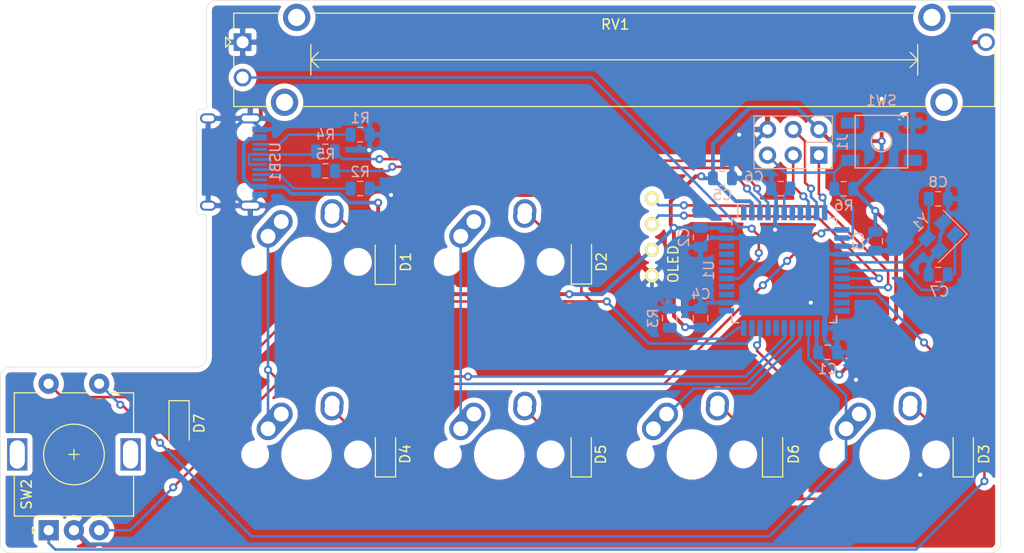
<source format=kicad_pcb>
(kicad_pcb (version 20171130) (host pcbnew "(5.1.4)-1")
  (layers (0 F.Cu signal) (31 B.Cu signal) (34 B.Paste user) (35 F.Paste user) (36 B.SilkS user) (37 F.SilkS user) (38 B.Mask user) (39 F.Mask user) (44 Edge.Cuts user))
  (net 0 "")
  (net 1 GND)
  (net 2 +5V)
  (net 3 "Net-(C6-Pad1)")
  (net 4 "Net-(C7-Pad1)")
  (net 5 "Net-(C8-Pad1)")
  (net 6 "Net-(D1-Pad2)")
  (net 7 ROW0)
  (net 8 "Net-(D2-Pad2)")
  (net 9 "Net-(D3-Pad2)")
  (net 10 "Net-(D4-Pad2)")
  (net 11 ROW1)
  (net 12 "Net-(D5-Pad2)")
  (net 13 "Net-(D6-Pad2)")
  (net 14 "Net-(D7-Pad2)")
  (net 15 RST)
  (net 16 MOSI)
  (net 17 SCK)
  (net 18 MISO)
  (net 19 COL0)
  (net 20 COL1)
  (net 21 COL2)
  (net 22 SCL)
  (net 23 SDA)
  (net 24 "Net-(R1-Pad2)")
  (net 25 "Net-(R2-Pad2)")
  (net 26 "Net-(R3-Pad2)")
  (net 27 D+)
  (net 28 "Net-(R4-Pad1)")
  (net 29 D-)
  (net 30 "Net-(R5-Pad1)")
  (net 31 ANALOG)
  (net 32 S1)
  (net 33 S0)
  (net 34 COL3)
  (net 35 "Net-(U1-Pad42)")
  (net 36 "Net-(U1-Pad41)")
  (net 37 "Net-(U1-Pad40)")
  (net 38 "Net-(U1-Pad39)")
  (net 39 "Net-(U1-Pad37)")
  (net 40 "Net-(U1-Pad36)")
  (net 41 "Net-(U1-Pad30)")
  (net 42 "Net-(U1-Pad29)")
  (net 43 "Net-(U1-Pad8)")
  (net 44 "Net-(U1-Pad1)")
  (net 45 "Net-(USB1-Pad3)")
  (net 46 "Net-(USB1-Pad9)")
  (net 47 "Net-(U1-Pad22)")
  (net 48 "Net-(U1-Pad21)")
  (module kbd:OLED_v2 (layer F.Cu) (at 158.134193 89.623132 270)
    (fp_text reference OL1)
    (fp_text value OLED hide)
    (fp_text user OLED (at 2.676868 -2.105807 90) (layer F.SilkS))
    (pad 4 thru_hole circle (at 3.81 0 270) (size 1.397 1.397) (drill 0.8128) (layers *.Cu F.SilkS B.Mask) (net 1 GND))
    (pad 3 thru_hole circle (at 1.27 0 270) (size 1.397 1.397) (drill 0.8128) (layers *.Cu F.SilkS B.Mask) (net 2 +5V))
    (pad 2 thru_hole circle (at -1.27 0 270) (size 1.397 1.397) (drill 0.8128) (layers *.Cu F.SilkS B.Mask) (net 22 SCL))
    (pad 1 thru_hole circle (at -3.81 0 270) (size 1.397 1.397) (drill 0.8128) (layers *.Cu F.SilkS B.Mask) (net 23 SDA))
  )
  (module Crystal:Crystal_SMD_3225-4Pin_3.2x2.5mm (layer B.Cu) (at 186.708142 89.584777 225)
    (fp_text reference Y1 (at 0.440786 2.385014 225) (layer B.SilkS) (effects (justify mirror)))
    (fp_text value 16MHz)
    (pad 4 smd rect (at -1.1 0.85 225) (size 1.4 1.2) (layers B.Cu B.Paste B.Mask) (net 1 GND))
    (pad 3 smd rect (at 1.1 0.85 225) (size 1.4 1.2) (layers B.Cu B.Paste B.Mask) (net 5 "Net-(C8-Pad1)"))
    (pad 2 smd rect (at 1.1 -0.85 225) (size 1.4 1.2) (layers B.Cu B.Paste B.Mask) (net 1 GND))
    (pad 1 smd rect (at -1.1 -0.85 225) (size 1.4 1.2) (layers B.Cu B.Paste B.Mask) (net 4 "Net-(C7-Pad1)"))
  )
  (module Type-C:HRO-TYPE-C-31-M-12 (layer B.Cu) (at 111.65 82.21 90)
    (fp_text reference USB1 (at 0 9.25 -90) (layer B.SilkS) (effects (justify mirror)))
    (fp_text value HRO-TYPE-C-31-M-12)
    (pad 12 smd rect (at 3.225 7.695 90) (size 0.6 1.45) (layers B.Cu B.Paste B.Mask) (net 1 GND))
    (pad 1 smd rect (at -3.225 7.695 90) (size 0.6 1.45) (layers B.Cu B.Paste B.Mask) (net 1 GND))
    (pad 11 smd rect (at 2.45 7.695 90) (size 0.6 1.45) (layers B.Cu B.Paste B.Mask) (net 2 +5V))
    (pad 2 smd rect (at -2.45 7.695 90) (size 0.6 1.45) (layers B.Cu B.Paste B.Mask) (net 2 +5V))
    (pad 3 smd rect (at -1.75 7.695 90) (size 0.3 1.45) (layers B.Cu B.Paste B.Mask) (net 45 "Net-(USB1-Pad3)"))
    (pad 10 smd rect (at 1.75 7.695 90) (size 0.3 1.45) (layers B.Cu B.Paste B.Mask) (net 24 "Net-(R1-Pad2)"))
    (pad 4 smd rect (at -1.25 7.695 90) (size 0.3 1.45) (layers B.Cu B.Paste B.Mask) (net 25 "Net-(R2-Pad2)"))
    (pad 9 smd rect (at 1.25 7.695 90) (size 0.3 1.45) (layers B.Cu B.Paste B.Mask) (net 46 "Net-(USB1-Pad9)"))
    (pad 5 smd rect (at -0.75 7.695 90) (size 0.3 1.45) (layers B.Cu B.Paste B.Mask) (net 29 D-))
    (pad 8 smd rect (at 0.75 7.695 90) (size 0.3 1.45) (layers B.Cu B.Paste B.Mask) (net 27 D+))
    (pad 7 smd rect (at 0.25 7.695 90) (size 0.3 1.45) (layers B.Cu B.Paste B.Mask) (net 29 D-))
    (pad 6 smd rect (at -0.25 7.695 90) (size 0.3 1.45) (layers B.Cu B.Paste B.Mask) (net 27 D+))
    (pad "" np_thru_hole circle (at 2.89 6.25 90) (size 0.65 0.65) (drill 0.65) (layers *.Cu *.Mask))
    (pad "" np_thru_hole circle (at -2.89 6.25 90) (size 0.65 0.65) (drill 0.65) (layers *.Cu *.Mask))
    (pad 13 thru_hole oval (at -4.32 6.78 90) (size 1 2.1) (drill oval 0.6 1.7) (layers *.Cu F.Mask) (net 1 GND))
    (pad 13 thru_hole oval (at 4.32 6.78 90) (size 1 2.1) (drill oval 0.6 1.7) (layers *.Cu F.Mask) (net 1 GND))
    (pad 13 thru_hole oval (at -4.32 2.6 90) (size 1 1.6) (drill oval 0.6 1.2) (layers *.Cu F.Mask) (net 1 GND))
    (pad 13 thru_hole oval (at 4.32 2.6 90) (size 1 1.6) (drill oval 0.6 1.2) (layers *.Cu F.Mask) (net 1 GND))
  )
  (module Package_QFP:TQFP-44_10x10mm_P0.8mm (layer B.Cu) (at 171.21 92.93 270)
    (fp_text reference U1 (at 0 7.45 90) (layer B.SilkS) (effects (justify mirror)))
    (fp_text value ATmega32U4-AU)
    (pad 44 smd rect (at -4 5.7 180) (size 1.5 0.55) (layers B.Cu B.Paste B.Mask) (net 2 +5V))
    (pad 43 smd rect (at -3.2 5.7 180) (size 1.5 0.55) (layers B.Cu B.Paste B.Mask) (net 1 GND))
    (pad 42 smd rect (at -2.4 5.7 180) (size 1.5 0.55) (layers B.Cu B.Paste B.Mask) (net 35 "Net-(U1-Pad42)"))
    (pad 41 smd rect (at -1.6 5.7 180) (size 1.5 0.55) (layers B.Cu B.Paste B.Mask) (net 36 "Net-(U1-Pad41)"))
    (pad 40 smd rect (at -0.8 5.7 180) (size 1.5 0.55) (layers B.Cu B.Paste B.Mask) (net 37 "Net-(U1-Pad40)"))
    (pad 39 smd rect (at 0 5.7 180) (size 1.5 0.55) (layers B.Cu B.Paste B.Mask) (net 38 "Net-(U1-Pad39)"))
    (pad 38 smd rect (at 0.8 5.7 180) (size 1.5 0.55) (layers B.Cu B.Paste B.Mask) (net 31 ANALOG))
    (pad 37 smd rect (at 1.6 5.7 180) (size 1.5 0.55) (layers B.Cu B.Paste B.Mask) (net 39 "Net-(U1-Pad37)"))
    (pad 36 smd rect (at 2.4 5.7 180) (size 1.5 0.55) (layers B.Cu B.Paste B.Mask) (net 40 "Net-(U1-Pad36)"))
    (pad 35 smd rect (at 3.2 5.7 180) (size 1.5 0.55) (layers B.Cu B.Paste B.Mask) (net 1 GND))
    (pad 34 smd rect (at 4 5.7 180) (size 1.5 0.55) (layers B.Cu B.Paste B.Mask) (net 2 +5V))
    (pad 33 smd rect (at 5.7 4 270) (size 1.5 0.55) (layers B.Cu B.Paste B.Mask) (net 26 "Net-(R3-Pad2)"))
    (pad 32 smd rect (at 5.7 3.2 270) (size 1.5 0.55) (layers B.Cu B.Paste B.Mask) (net 7 ROW0))
    (pad 31 smd rect (at 5.7 2.4 270) (size 1.5 0.55) (layers B.Cu B.Paste B.Mask) (net 11 ROW1))
    (pad 30 smd rect (at 5.7 1.6 270) (size 1.5 0.55) (layers B.Cu B.Paste B.Mask) (net 41 "Net-(U1-Pad30)"))
    (pad 29 smd rect (at 5.7 0.8 270) (size 1.5 0.55) (layers B.Cu B.Paste B.Mask) (net 42 "Net-(U1-Pad29)"))
    (pad 28 smd rect (at 5.7 0 270) (size 1.5 0.55) (layers B.Cu B.Paste B.Mask) (net 19 COL0))
    (pad 27 smd rect (at 5.7 -0.8 270) (size 1.5 0.55) (layers B.Cu B.Paste B.Mask) (net 20 COL1))
    (pad 26 smd rect (at 5.7 -1.6 270) (size 1.5 0.55) (layers B.Cu B.Paste B.Mask) (net 21 COL2))
    (pad 25 smd rect (at 5.7 -2.4 270) (size 1.5 0.55) (layers B.Cu B.Paste B.Mask) (net 34 COL3))
    (pad 24 smd rect (at 5.7 -3.2 270) (size 1.5 0.55) (layers B.Cu B.Paste B.Mask) (net 2 +5V))
    (pad 23 smd rect (at 5.7 -4 270) (size 1.5 0.55) (layers B.Cu B.Paste B.Mask) (net 1 GND))
    (pad 22 smd rect (at 4 -5.7 180) (size 1.5 0.55) (layers B.Cu B.Paste B.Mask) (net 47 "Net-(U1-Pad22)"))
    (pad 21 smd rect (at 3.2 -5.7 180) (size 1.5 0.55) (layers B.Cu B.Paste B.Mask) (net 48 "Net-(U1-Pad21)"))
    (pad 20 smd rect (at 2.4 -5.7 180) (size 1.5 0.55) (layers B.Cu B.Paste B.Mask) (net 32 S1))
    (pad 19 smd rect (at 1.6 -5.7 180) (size 1.5 0.55) (layers B.Cu B.Paste B.Mask) (net 23 SDA))
    (pad 18 smd rect (at 0.8 -5.7 180) (size 1.5 0.55) (layers B.Cu B.Paste B.Mask) (net 22 SCL))
    (pad 17 smd rect (at 0 -5.7 180) (size 1.5 0.55) (layers B.Cu B.Paste B.Mask) (net 4 "Net-(C7-Pad1)"))
    (pad 16 smd rect (at -0.8 -5.7 180) (size 1.5 0.55) (layers B.Cu B.Paste B.Mask) (net 5 "Net-(C8-Pad1)"))
    (pad 15 smd rect (at -1.6 -5.7 180) (size 1.5 0.55) (layers B.Cu B.Paste B.Mask) (net 1 GND))
    (pad 14 smd rect (at -2.4 -5.7 180) (size 1.5 0.55) (layers B.Cu B.Paste B.Mask) (net 2 +5V))
    (pad 13 smd rect (at -3.2 -5.7 180) (size 1.5 0.55) (layers B.Cu B.Paste B.Mask) (net 15 RST))
    (pad 12 smd rect (at -4 -5.7 180) (size 1.5 0.55) (layers B.Cu B.Paste B.Mask) (net 33 S0))
    (pad 11 smd rect (at -5.7 -4 270) (size 1.5 0.55) (layers B.Cu B.Paste B.Mask) (net 18 MISO))
    (pad 10 smd rect (at -5.7 -3.2 270) (size 1.5 0.55) (layers B.Cu B.Paste B.Mask) (net 16 MOSI))
    (pad 9 smd rect (at -5.7 -2.4 270) (size 1.5 0.55) (layers B.Cu B.Paste B.Mask) (net 17 SCK))
    (pad 8 smd rect (at -5.7 -1.6 270) (size 1.5 0.55) (layers B.Cu B.Paste B.Mask) (net 43 "Net-(U1-Pad8)"))
    (pad 7 smd rect (at -5.7 -0.8 270) (size 1.5 0.55) (layers B.Cu B.Paste B.Mask) (net 2 +5V))
    (pad 6 smd rect (at -5.7 0 270) (size 1.5 0.55) (layers B.Cu B.Paste B.Mask) (net 3 "Net-(C6-Pad1)"))
    (pad 5 smd rect (at -5.7 0.8 270) (size 1.5 0.55) (layers B.Cu B.Paste B.Mask) (net 1 GND))
    (pad 4 smd rect (at -5.7 1.6 270) (size 1.5 0.55) (layers B.Cu B.Paste B.Mask) (net 28 "Net-(R4-Pad1)"))
    (pad 3 smd rect (at -5.7 2.4 270) (size 1.5 0.55) (layers B.Cu B.Paste B.Mask) (net 30 "Net-(R5-Pad1)"))
    (pad 2 smd rect (at -5.7 3.2 270) (size 1.5 0.55) (layers B.Cu B.Paste B.Mask) (net 2 +5V))
    (pad 1 smd rect (at -5.7 4 270) (size 1.5 0.55) (layers B.Cu B.Paste B.Mask) (net 44 "Net-(U1-Pad1)"))
  )
  (module Rotary_Encoder:RotaryEncoder_Alps_EC11E-Switch_Vertical_H20mm (layer F.Cu) (at 98.484193 118.648132 90)
    (fp_text reference SW2 (at 3.548132 -2.184193 90) (layer F.SilkS))
    (fp_text value Rotary_Encoder_Switch)
    (pad A thru_hole rect (at 0 0 90) (size 2 2) (drill 1) (layers *.Cu *.Mask) (net 32 S1))
    (pad C thru_hole circle (at 0 2.5 90) (size 2 2) (drill 1) (layers *.Cu *.Mask) (net 1 GND))
    (pad B thru_hole circle (at 0 5 90) (size 2 2) (drill 1) (layers *.Cu *.Mask) (net 33 S0))
    (pad MP thru_hole rect (at 7.5 -3.1 90) (size 3.2 2) (drill oval 2.8 1.5) (layers *.Cu *.Mask))
    (pad MP thru_hole rect (at 7.5 8.1 90) (size 3.2 2) (drill oval 2.8 1.5) (layers *.Cu *.Mask))
    (pad S2 thru_hole circle (at 14.5 0 90) (size 2 2) (drill 1) (layers *.Cu *.Mask) (net 14 "Net-(D7-Pad2)"))
    (pad S1 thru_hole circle (at 14.5 5 90) (size 2 2) (drill 1) (layers *.Cu *.Mask) (net 34 COL3))
  )
  (module random-keyboard-parts:SKQG-1155865 (layer B.Cu) (at 180.82 80.19)
    (fp_text reference SW1 (at 0 -4.064) (layer B.SilkS) (effects (justify mirror)))
    (fp_text value SW_Push)
    (pad 4 smd rect (at -3.1 -1.85) (size 1.8 1.1) (layers B.Cu B.Paste B.Mask))
    (pad 3 smd rect (at 3.1 1.85) (size 1.8 1.1) (layers B.Cu B.Paste B.Mask))
    (pad 2 smd rect (at -3.1 1.85) (size 1.8 1.1) (layers B.Cu B.Paste B.Mask) (net 15 RST))
    (pad 1 smd rect (at 3.1 -1.85) (size 1.8 1.1) (layers B.Cu B.Paste B.Mask) (net 1 GND))
  )
  (module Potentiometer_THT:Potentiometer_Bourns_PTA6043_Single_Slide (layer F.Cu) (at 117.659193 70.348132)
    (fp_text reference RV1 (at 36.840807 -1.748132) (layer F.SilkS))
    (fp_text value R_POT)
    (pad MP thru_hole circle (at 69.35 5.95) (size 2.7 2.7) (drill 1.7) (layers *.Cu *.Mask))
    (pad MP thru_hole circle (at 4.15 5.95) (size 2.7 2.7) (drill 1.7) (layers *.Cu *.Mask))
    (pad MP thru_hole circle (at 68.15 -2.45) (size 2.7 2.7) (drill 1.7) (layers *.Cu *.Mask))
    (pad MP thru_hole circle (at 5.35 -2.45) (size 2.7 2.7) (drill 1.7) (layers *.Cu *.Mask))
    (pad 3 thru_hole circle (at 73.5 0) (size 1.75 1.75) (drill 1.2) (layers *.Cu *.Mask) (net 2 +5V))
    (pad 2 thru_hole circle (at 0 3.5) (size 1.75 1.75) (drill 1.2) (layers *.Cu *.Mask) (net 31 ANALOG))
    (pad 1 thru_hole rect (at 0 0) (size 1.75 1.75) (drill 1.2) (layers *.Cu *.Mask) (net 1 GND))
  )
  (module Resistor_SMD:R_0805_2012Metric (layer B.Cu) (at 177.09 84.86 180)
    (fp_text reference R6 (at -0.02 -1.65 180) (layer B.SilkS) (effects (justify mirror)))
    (fp_text value 10k)
    (pad 2 smd roundrect (at 0.9375 0 180) (size 0.975 1.4) (layers B.Cu B.Paste B.Mask) (net 15 RST))
    (pad 1 smd roundrect (at -0.9375 0 180) (size 0.975 1.4) (layers B.Cu B.Paste B.Mask) (net 2 +5V))
  )
  (module Resistor_SMD:R_0805_2012Metric (layer B.Cu) (at 125.857 83.08975 180)
    (fp_text reference R5 (at 0 1.65) (layer B.SilkS) (effects (justify mirror)))
    (fp_text value 22)
    (pad 2 smd roundrect (at 0.9375 0 180) (size 0.975 1.4) (layers B.Cu B.Paste B.Mask) (net 29 D-))
    (pad 1 smd roundrect (at -0.9375 0 180) (size 0.975 1.4) (layers B.Cu B.Paste B.Mask) (net 30 "Net-(R5-Pad1)"))
  )
  (module Resistor_SMD:R_0805_2012Metric (layer B.Cu) (at 125.849 81.153 180)
    (fp_text reference R4 (at 0 1.65) (layer B.SilkS) (effects (justify mirror)))
    (fp_text value 22)
    (pad 2 smd roundrect (at 0.9375 0 180) (size 0.975 1.4) (layers B.Cu B.Paste B.Mask) (net 27 D+))
    (pad 1 smd roundrect (at -0.9375 0 180) (size 0.975 1.4) (layers B.Cu B.Paste B.Mask) (net 28 "Net-(R4-Pad1)"))
  )
  (module Resistor_SMD:R_0805_2012Metric (layer B.Cu) (at 159.893 97.663 270)
    (fp_text reference R3 (at 0 1.65 90) (layer B.SilkS) (effects (justify mirror)))
    (fp_text value 10k)
    (pad 2 smd roundrect (at 0.9375 0 270) (size 0.975 1.4) (layers B.Cu B.Paste B.Mask) (net 26 "Net-(R3-Pad2)"))
    (pad 1 smd roundrect (at -0.9375 0 270) (size 0.975 1.4) (layers B.Cu B.Paste B.Mask) (net 1 GND))
  )
  (module Resistor_SMD:R_0805_2012Metric (layer B.Cu) (at 129.286 84.836 180)
    (fp_text reference R2 (at 0 1.65) (layer B.SilkS) (effects (justify mirror)))
    (fp_text value 5.1k)
    (pad 2 smd roundrect (at 0.9375 0 180) (size 0.975 1.4) (layers B.Cu B.Paste B.Mask) (net 25 "Net-(R2-Pad2)"))
    (pad 1 smd roundrect (at -0.9375 0 180) (size 0.975 1.4) (layers B.Cu B.Paste B.Mask) (net 1 GND))
  )
  (module Resistor_SMD:R_0805_2012Metric (layer B.Cu) (at 129.286 79.502 180)
    (fp_text reference R1 (at 0 1.65) (layer B.SilkS) (effects (justify mirror)))
    (fp_text value 5.1k)
    (pad 2 smd roundrect (at 0.9375 0 180) (size 0.975 1.4) (layers B.Cu B.Paste B.Mask) (net 24 "Net-(R1-Pad2)"))
    (pad 1 smd roundrect (at -0.9375 0 180) (size 0.975 1.4) (layers B.Cu B.Paste B.Mask) (net 1 GND))
  )
  (module MX_Alps_Hybrid:MX-1U-NoLED (layer F.Cu) (at 162.084193 111.148132)
    (fp_text reference MX6)
    (fp_text value MX-NoLED)
    (pad "" np_thru_hole circle (at 5.08 0 48.0996) (size 1.75 1.75) (drill 1.75) (layers *.Cu *.Mask))
    (pad "" np_thru_hole circle (at -5.08 0 48.0996) (size 1.75 1.75) (drill 1.75) (layers *.Cu *.Mask))
    (pad 1 thru_hole circle (at -2.5 -4) (size 2.25 2.25) (drill 1.47) (layers *.Cu B.Mask) (net 21 COL2))
    (pad "" np_thru_hole circle (at 0 0) (size 3.9878 3.9878) (drill 3.9878) (layers *.Cu *.Mask))
    (pad 1 thru_hole oval (at -3.81 -2.54 48.0996) (size 4.211556 2.25) (drill 1.47 (offset 0.980778 0)) (layers *.Cu B.Mask) (net 21 COL2))
    (pad 2 thru_hole circle (at 2.54 -5.08) (size 2.25 2.25) (drill 1.47) (layers *.Cu B.Mask) (net 13 "Net-(D6-Pad2)"))
    (pad 2 thru_hole oval (at 2.5 -4.5 86.0548) (size 2.831378 2.25) (drill 1.47 (offset 0.290689 0)) (layers *.Cu B.Mask) (net 13 "Net-(D6-Pad2)"))
  )
  (module MX_Alps_Hybrid:MX-1U-NoLED (layer F.Cu) (at 143.034193 111.148132)
    (fp_text reference MX5)
    (fp_text value MX-NoLED)
    (pad "" np_thru_hole circle (at 5.08 0 48.0996) (size 1.75 1.75) (drill 1.75) (layers *.Cu *.Mask))
    (pad "" np_thru_hole circle (at -5.08 0 48.0996) (size 1.75 1.75) (drill 1.75) (layers *.Cu *.Mask))
    (pad 1 thru_hole circle (at -2.5 -4) (size 2.25 2.25) (drill 1.47) (layers *.Cu B.Mask) (net 20 COL1))
    (pad "" np_thru_hole circle (at 0 0) (size 3.9878 3.9878) (drill 3.9878) (layers *.Cu *.Mask))
    (pad 1 thru_hole oval (at -3.81 -2.54 48.0996) (size 4.211556 2.25) (drill 1.47 (offset 0.980778 0)) (layers *.Cu B.Mask) (net 20 COL1))
    (pad 2 thru_hole circle (at 2.54 -5.08) (size 2.25 2.25) (drill 1.47) (layers *.Cu B.Mask) (net 12 "Net-(D5-Pad2)"))
    (pad 2 thru_hole oval (at 2.5 -4.5 86.0548) (size 2.831378 2.25) (drill 1.47 (offset 0.290689 0)) (layers *.Cu B.Mask) (net 12 "Net-(D5-Pad2)"))
  )
  (module MX_Alps_Hybrid:MX-1U-NoLED (layer F.Cu) (at 123.984193 111.148132)
    (fp_text reference MX4)
    (fp_text value MX-NoLED)
    (pad "" np_thru_hole circle (at 5.08 0 48.0996) (size 1.75 1.75) (drill 1.75) (layers *.Cu *.Mask))
    (pad "" np_thru_hole circle (at -5.08 0 48.0996) (size 1.75 1.75) (drill 1.75) (layers *.Cu *.Mask))
    (pad 1 thru_hole circle (at -2.5 -4) (size 2.25 2.25) (drill 1.47) (layers *.Cu B.Mask) (net 19 COL0))
    (pad "" np_thru_hole circle (at 0 0) (size 3.9878 3.9878) (drill 3.9878) (layers *.Cu *.Mask))
    (pad 1 thru_hole oval (at -3.81 -2.54 48.0996) (size 4.211556 2.25) (drill 1.47 (offset 0.980778 0)) (layers *.Cu B.Mask) (net 19 COL0))
    (pad 2 thru_hole circle (at 2.54 -5.08) (size 2.25 2.25) (drill 1.47) (layers *.Cu B.Mask) (net 10 "Net-(D4-Pad2)"))
    (pad 2 thru_hole oval (at 2.5 -4.5 86.0548) (size 2.831378 2.25) (drill 1.47 (offset 0.290689 0)) (layers *.Cu B.Mask) (net 10 "Net-(D4-Pad2)"))
  )
  (module MX_Alps_Hybrid:MX-1U-NoLED (layer F.Cu) (at 181.134193 111.148132)
    (fp_text reference MX3)
    (fp_text value MX-NoLED)
    (pad "" np_thru_hole circle (at 5.08 0 48.0996) (size 1.75 1.75) (drill 1.75) (layers *.Cu *.Mask))
    (pad "" np_thru_hole circle (at -5.08 0 48.0996) (size 1.75 1.75) (drill 1.75) (layers *.Cu *.Mask))
    (pad 1 thru_hole circle (at -2.5 -4) (size 2.25 2.25) (drill 1.47) (layers *.Cu B.Mask) (net 34 COL3))
    (pad "" np_thru_hole circle (at 0 0) (size 3.9878 3.9878) (drill 3.9878) (layers *.Cu *.Mask))
    (pad 1 thru_hole oval (at -3.81 -2.54 48.0996) (size 4.211556 2.25) (drill 1.47 (offset 0.980778 0)) (layers *.Cu B.Mask) (net 34 COL3))
    (pad 2 thru_hole circle (at 2.54 -5.08) (size 2.25 2.25) (drill 1.47) (layers *.Cu B.Mask) (net 9 "Net-(D3-Pad2)"))
    (pad 2 thru_hole oval (at 2.5 -4.5 86.0548) (size 2.831378 2.25) (drill 1.47 (offset 0.290689 0)) (layers *.Cu B.Mask) (net 9 "Net-(D3-Pad2)"))
  )
  (module MX_Alps_Hybrid:MX-1U-NoLED (layer F.Cu) (at 143.034193 92.098132)
    (fp_text reference MX2)
    (fp_text value MX-NoLED)
    (pad "" np_thru_hole circle (at 5.08 0 48.0996) (size 1.75 1.75) (drill 1.75) (layers *.Cu *.Mask))
    (pad "" np_thru_hole circle (at -5.08 0 48.0996) (size 1.75 1.75) (drill 1.75) (layers *.Cu *.Mask))
    (pad 1 thru_hole circle (at -2.5 -4) (size 2.25 2.25) (drill 1.47) (layers *.Cu B.Mask) (net 20 COL1))
    (pad "" np_thru_hole circle (at 0 0) (size 3.9878 3.9878) (drill 3.9878) (layers *.Cu *.Mask))
    (pad 1 thru_hole oval (at -3.81 -2.54 48.0996) (size 4.211556 2.25) (drill 1.47 (offset 0.980778 0)) (layers *.Cu B.Mask) (net 20 COL1))
    (pad 2 thru_hole circle (at 2.54 -5.08) (size 2.25 2.25) (drill 1.47) (layers *.Cu B.Mask) (net 8 "Net-(D2-Pad2)"))
    (pad 2 thru_hole oval (at 2.5 -4.5 86.0548) (size 2.831378 2.25) (drill 1.47 (offset 0.290689 0)) (layers *.Cu B.Mask) (net 8 "Net-(D2-Pad2)"))
  )
  (module MX_Alps_Hybrid:MX-1U-NoLED (layer F.Cu) (at 123.984193 92.098132)
    (fp_text reference MX1)
    (fp_text value MX-NoLED)
    (pad "" np_thru_hole circle (at 5.08 0 48.0996) (size 1.75 1.75) (drill 1.75) (layers *.Cu *.Mask))
    (pad "" np_thru_hole circle (at -5.08 0 48.0996) (size 1.75 1.75) (drill 1.75) (layers *.Cu *.Mask))
    (pad 1 thru_hole circle (at -2.5 -4) (size 2.25 2.25) (drill 1.47) (layers *.Cu B.Mask) (net 19 COL0))
    (pad "" np_thru_hole circle (at 0 0) (size 3.9878 3.9878) (drill 3.9878) (layers *.Cu *.Mask))
    (pad 1 thru_hole oval (at -3.81 -2.54 48.0996) (size 4.211556 2.25) (drill 1.47 (offset 0.980778 0)) (layers *.Cu B.Mask) (net 19 COL0))
    (pad 2 thru_hole circle (at 2.54 -5.08) (size 2.25 2.25) (drill 1.47) (layers *.Cu B.Mask) (net 6 "Net-(D1-Pad2)"))
    (pad 2 thru_hole oval (at 2.5 -4.5 86.0548) (size 2.831378 2.25) (drill 1.47 (offset 0.290689 0)) (layers *.Cu B.Mask) (net 6 "Net-(D1-Pad2)"))
  )
  (module Connector_PinHeader_2.54mm:PinHeader_2x03_P2.54mm_Vertical (layer B.Cu) (at 174.64 81.53 90)
    (fp_text reference J1 (at 1.27 2.33 90) (layer B.SilkS) (effects (justify mirror)))
    (fp_text value AVR-ISP-6)
    (pad 6 thru_hole oval (at 2.54 -5.08 90) (size 1.7 1.7) (drill 1) (layers *.Cu *.Mask) (net 1 GND))
    (pad 5 thru_hole oval (at 0 -5.08 90) (size 1.7 1.7) (drill 1) (layers *.Cu *.Mask) (net 15 RST))
    (pad 4 thru_hole oval (at 2.54 -2.54 90) (size 1.7 1.7) (drill 1) (layers *.Cu *.Mask) (net 16 MOSI))
    (pad 3 thru_hole oval (at 0 -2.54 90) (size 1.7 1.7) (drill 1) (layers *.Cu *.Mask) (net 17 SCK))
    (pad 2 thru_hole oval (at 2.54 0 90) (size 1.7 1.7) (drill 1) (layers *.Cu *.Mask) (net 2 +5V))
    (pad 1 thru_hole rect (at 0 0 90) (size 1.7 1.7) (drill 1) (layers *.Cu *.Mask) (net 18 MISO))
  )
  (module Diode_SMD:D_SOD-123 (layer F.Cu) (at 111.379 108.077 270)
    (fp_text reference D7 (at 0 -2 90) (layer F.SilkS))
    (fp_text value SOD-123)
    (pad 2 smd rect (at 1.65 0 270) (size 0.9 1.2) (layers F.Cu F.Paste F.Mask) (net 14 "Net-(D7-Pad2)"))
    (pad 1 smd rect (at -1.65 0 270) (size 0.9 1.2) (layers F.Cu F.Paste F.Mask) (net 7 ROW0))
  )
  (module Diode_SMD:D_SOD-123 (layer F.Cu) (at 170.06 111.125 90)
    (fp_text reference D6 (at 0.005 2.09 90) (layer F.SilkS))
    (fp_text value SOD-123)
    (pad 2 smd rect (at 1.65 0 90) (size 0.9 1.2) (layers F.Cu F.Paste F.Mask) (net 13 "Net-(D6-Pad2)"))
    (pad 1 smd rect (at -1.65 0 90) (size 0.9 1.2) (layers F.Cu F.Paste F.Mask) (net 11 ROW1))
  )
  (module Diode_SMD:D_SOD-123 (layer F.Cu) (at 151.14 111.125 90)
    (fp_text reference D5 (at -0.025 1.94 90) (layer F.SilkS))
    (fp_text value SOD-123)
    (pad 2 smd rect (at 1.65 0 90) (size 0.9 1.2) (layers F.Cu F.Paste F.Mask) (net 12 "Net-(D5-Pad2)"))
    (pad 1 smd rect (at -1.65 0 90) (size 0.9 1.2) (layers F.Cu F.Paste F.Mask) (net 11 ROW1))
  )
  (module Diode_SMD:D_SOD-123 (layer F.Cu) (at 131.79 111.125 90)
    (fp_text reference D4 (at 0.025 1.95 90) (layer F.SilkS))
    (fp_text value SOD-123)
    (pad 2 smd rect (at 1.65 0 90) (size 0.9 1.2) (layers F.Cu F.Paste F.Mask) (net 10 "Net-(D4-Pad2)"))
    (pad 1 smd rect (at -1.65 0 90) (size 0.9 1.2) (layers F.Cu F.Paste F.Mask) (net 11 ROW1))
  )
  (module Diode_SMD:D_SOD-123 (layer F.Cu) (at 188.9125 111.125 90)
    (fp_text reference D3 (at 0.005 2.0575 90) (layer F.SilkS))
    (fp_text value SOD-123)
    (pad 2 smd rect (at 1.65 0 90) (size 0.9 1.2) (layers F.Cu F.Paste F.Mask) (net 9 "Net-(D3-Pad2)"))
    (pad 1 smd rect (at -1.65 0 90) (size 0.9 1.2) (layers F.Cu F.Paste F.Mask) (net 11 ROW1))
  )
  (module Diode_SMD:D_SOD-123 (layer F.Cu) (at 151.16 92.03 90)
    (fp_text reference D2 (at -0.07 1.99 90) (layer F.SilkS))
    (fp_text value SOD-123)
    (pad 2 smd rect (at 1.65 0 90) (size 0.9 1.2) (layers F.Cu F.Paste F.Mask) (net 8 "Net-(D2-Pad2)"))
    (pad 1 smd rect (at -1.65 0 90) (size 0.9 1.2) (layers F.Cu F.Paste F.Mask) (net 7 ROW0))
  )
  (module Diode_SMD:D_SOD-123 (layer F.Cu) (at 131.7625 92.075 90)
    (fp_text reference D1 (at -0.025 2.0375 90) (layer F.SilkS))
    (fp_text value SOD-123)
    (pad 2 smd rect (at 1.65 0 90) (size 0.9 1.2) (layers F.Cu F.Paste F.Mask) (net 6 "Net-(D1-Pad2)"))
    (pad 1 smd rect (at -1.65 0 90) (size 0.9 1.2) (layers F.Cu F.Paste F.Mask) (net 7 ROW0))
  )
  (module Capacitor_SMD:C_0805_2012Metric (layer B.Cu) (at 186.436 85.852)
    (fp_text reference C8 (at -0.006 -1.652) (layer B.SilkS) (effects (justify mirror)))
    (fp_text value 22pF)
    (pad 2 smd roundrect (at 0.9375 0) (size 0.975 1.4) (layers B.Cu B.Paste B.Mask) (net 1 GND))
    (pad 1 smd roundrect (at -0.9375 0) (size 0.975 1.4) (layers B.Cu B.Paste B.Mask) (net 5 "Net-(C8-Pad1)"))
  )
  (module Capacitor_SMD:C_0805_2012Metric (layer B.Cu) (at 186.436 93.345 180)
    (fp_text reference C7 (at -0.124 -1.685) (layer B.SilkS) (effects (justify mirror)))
    (fp_text value 22pF)
    (pad 2 smd roundrect (at 0.9375 0 180) (size 0.975 1.4) (layers B.Cu B.Paste B.Mask) (net 1 GND))
    (pad 1 smd roundrect (at -0.9375 0 180) (size 0.975 1.4) (layers B.Cu B.Paste B.Mask) (net 4 "Net-(C7-Pad1)"))
  )
  (module Capacitor_SMD:C_0805_2012Metric (layer B.Cu) (at 170.87 84.84 180)
    (fp_text reference C6 (at 2.65 1.16) (layer B.SilkS) (effects (justify mirror)))
    (fp_text value 1uF)
    (pad 2 smd roundrect (at 0.9375 0 180) (size 0.975 1.4) (layers B.Cu B.Paste B.Mask) (net 1 GND))
    (pad 1 smd roundrect (at -0.9375 0 180) (size 0.975 1.4) (layers B.Cu B.Paste B.Mask) (net 3 "Net-(C6-Pad1)"))
  )
  (module Capacitor_SMD:C_0805_2012Metric (layer B.Cu) (at 165.1 83.82)
    (fp_text reference C5 (at 0 1.65) (layer B.SilkS) (effects (justify mirror)))
    (fp_text value 10uF)
    (pad 2 smd roundrect (at 0.9375 0) (size 0.975 1.4) (layers B.Cu B.Paste B.Mask) (net 1 GND))
    (pad 1 smd roundrect (at -0.9375 0) (size 0.975 1.4) (layers B.Cu B.Paste B.Mask) (net 2 +5V))
  )
  (module Capacitor_SMD:C_0805_2012Metric (layer B.Cu) (at 162.941 97.66 90)
    (fp_text reference C4 (at 2.38 0.029 180) (layer B.SilkS) (effects (justify mirror)))
    (fp_text value 0.1uF)
    (pad 2 smd roundrect (at 0.9375 0 90) (size 0.975 1.4) (layers B.Cu B.Paste B.Mask) (net 1 GND))
    (pad 1 smd roundrect (at -0.9375 0 90) (size 0.975 1.4) (layers B.Cu B.Paste B.Mask) (net 2 +5V))
  )
  (module Capacitor_SMD:C_0805_2012Metric (layer B.Cu) (at 180.213 90.043 270)
    (fp_text reference C3 (at 0 1.65 90) (layer B.SilkS) (effects (justify mirror)))
    (fp_text value 0.1uF)
    (pad 2 smd roundrect (at 0.9375 0 270) (size 0.975 1.4) (layers B.Cu B.Paste B.Mask) (net 1 GND))
    (pad 1 smd roundrect (at -0.9375 0 270) (size 0.975 1.4) (layers B.Cu B.Paste B.Mask) (net 2 +5V))
  )
  (module Capacitor_SMD:C_0805_2012Metric (layer B.Cu) (at 162.941 89.662 270)
    (fp_text reference C2 (at 0 1.65 90) (layer B.SilkS) (effects (justify mirror)))
    (fp_text value 0.1uF)
    (pad 2 smd roundrect (at 0.9375 0 270) (size 0.975 1.4) (layers B.Cu B.Paste B.Mask) (net 1 GND))
    (pad 1 smd roundrect (at -0.9375 0 270) (size 0.975 1.4) (layers B.Cu B.Paste B.Mask) (net 2 +5V))
  )
  (module Capacitor_SMD:C_0805_2012Metric (layer B.Cu) (at 175.49 101.04)
    (fp_text reference C1 (at 0 1.65) (layer B.SilkS) (effects (justify mirror)))
    (fp_text value 0.1uF)
    (pad 2 smd roundrect (at 0.9375 0) (size 0.975 1.4) (layers B.Cu B.Paste B.Mask) (net 1 GND))
    (pad 1 smd roundrect (at -0.9375 0) (size 0.975 1.4) (layers B.Cu B.Paste B.Mask) (net 2 +5V))
  )
  (gr_line (start 113.1 77.3) (end 113.1 87.1) (layer Edge.Cuts) (width 0.05))
  (gr_line (start 113.8 77) (end 113.4 77) (layer Edge.Cuts) (width 0.05))
  (gr_line (start 114.1 67.2) (end 114.1 76.7) (layer Edge.Cuts) (width 0.05))
  (gr_line (start 114.1 87.7) (end 114.1 101.5) (layer Edge.Cuts) (width 0.05))
  (gr_line (start 113.4 87.4) (end 113.8 87.4) (layer Edge.Cuts) (width 0.05))
  (gr_arc (start 113.8 76.7) (end 113.8 77) (angle -90) (layer Edge.Cuts) (width 0.05))
  (gr_arc (start 113.4 77.3) (end 113.4 77) (angle -90) (layer Edge.Cuts) (width 0.05))
  (gr_arc (start 113.4 87.1) (end 113.1 87.1) (angle -90) (layer Edge.Cuts) (width 0.05))
  (gr_arc (start 113.8 87.7) (end 114.1 87.7) (angle -90) (layer Edge.Cuts) (width 0.05))
  (gr_line (start 94.7 102.5) (end 113.1 102.5) (layer Edge.Cuts) (width 0.05))
  (gr_line (start 93.7 119.9) (end 93.7 103.5) (layer Edge.Cuts) (width 0.05))
  (gr_line (start 191.6 120.9) (end 94.7 120.9) (layer Edge.Cuts) (width 0.05))
  (gr_line (start 192.6 67.2) (end 192.6 119.9) (layer Edge.Cuts) (width 0.05))
  (gr_line (start 115.1 66.2) (end 191.6 66.2) (layer Edge.Cuts) (width 0.05))
  (gr_arc (start 115.1 67.2) (end 115.1 66.2) (angle -90) (layer Edge.Cuts) (width 0.05))
  (gr_arc (start 113.1 101.5) (end 113.1 102.5) (angle -90) (layer Edge.Cuts) (width 0.05))
  (gr_arc (start 94.7 103.5) (end 94.7 102.5) (angle -90) (layer Edge.Cuts) (width 0.05))
  (gr_arc (start 94.7 119.9) (end 93.7 119.9) (angle -90) (layer Edge.Cuts) (width 0.05))
  (gr_arc (start 191.6 119.9) (end 191.6 120.9) (angle -90) (layer Edge.Cuts) (width 0.05))
  (gr_arc (start 191.6 67.2) (end 192.6 67.2) (angle -90) (layer Edge.Cuts) (width 0.05))
  (segment (start 163.5335 96.13) (end 165.51 96.13) (width 0.381) (layer B.Cu) (net 1))
  (segment (start 162.941 96.7225) (end 163.5335 96.13) (width 0.381) (layer B.Cu) (net 1))
  (segment (start 163.8105 89.73) (end 165.51 89.73) (width 0.381) (layer B.Cu) (net 1))
  (segment (start 162.941 90.5995) (end 163.8105 89.73) (width 0.381) (layer B.Cu) (net 1))
  (segment (start 186.531365 90.015107) (end 186.531365 90.963635) (width 0.381) (layer B.Cu) (net 1))
  (segment (start 186.639033 89.907439) (end 186.531365 90.015107) (width 0.381) (layer B.Cu) (net 1))
  (segment (start 186.639033 89.400333) (end 186.639033 89.907439) (width 0.381) (layer B.Cu) (net 1))
  (segment (start 186.884919 89.154447) (end 186.639033 89.400333) (width 0.381) (layer B.Cu) (net 1))
  (segment (start 186.884919 88.205919) (end 186.884919 89.154447) (width 0.381) (layer B.Cu) (net 1))
  (segment (start 185.4985 93.345) (end 185.4985 91.9965) (width 0.381) (layer B.Cu) (net 1))
  (segment (start 185.4985 91.9965) (end 186.531365 90.963635) (width 0.381) (layer B.Cu) (net 1))
  (segment (start 187.3735 87.717338) (end 186.884919 88.205919) (width 0.381) (layer B.Cu) (net 1))
  (segment (start 187.3735 85.852) (end 187.3735 87.717338) (width 0.381) (layer B.Cu) (net 1))
  (segment (start 179.8635 91.33) (end 176.91 91.33) (width 0.381) (layer B.Cu) (net 1))
  (segment (start 180.213 90.9805) (end 179.8635 91.33) (width 0.381) (layer B.Cu) (net 1))
  (segment (start 170.41 85.3175) (end 170.41 87.23) (width 0.381) (layer B.Cu) (net 1))
  (segment (start 169.9325 84.84) (end 170.41 85.3175) (width 0.381) (layer B.Cu) (net 1))
  (segment (start 160.967825 90.5995) (end 158.134193 93.433132) (width 0.381) (layer B.Cu) (net 1))
  (segment (start 162.941 90.5995) (end 160.967825 90.5995) (width 0.381) (layer B.Cu) (net 1))
  (segment (start 175.21 99.8225) (end 176.4275 101.04) (width 0.381) (layer B.Cu) (net 1))
  (segment (start 175.21 98.63) (end 175.21 99.8225) (width 0.381) (layer B.Cu) (net 1))
  (segment (start 162.938 96.7255) (end 162.941 96.7225) (width 0.381) (layer B.Cu) (net 1))
  (segment (start 159.893 96.7255) (end 162.938 96.7255) (width 0.381) (layer B.Cu) (net 1))
  (via (at 132.334 85.471) (size 0.8) (drill 0.4) (layers F.Cu B.Cu) (net 1))
  (segment (start 130.2235 84.836) (end 131.699 84.836) (width 0.381) (layer B.Cu) (net 1))
  (segment (start 131.699 84.836) (end 132.334 85.471) (width 0.381) (layer B.Cu) (net 1))
  (segment (start 168.9125 83.82) (end 169.9325 84.84) (width 0.381) (layer B.Cu) (net 1))
  (segment (start 166.0375 83.82) (end 168.9125 83.82) (width 0.381) (layer B.Cu) (net 1))
  (segment (start 166.0375 82.5125) (end 169.56 78.99) (width 0.381) (layer B.Cu) (net 1))
  (segment (start 166.0375 83.82) (end 166.0375 82.5125) (width 0.381) (layer B.Cu) (net 1))
  (segment (start 170.307 87.333) (end 170.41 87.23) (width 0.381) (layer B.Cu) (net 1))
  (segment (start 170.307 88.9) (end 170.307 87.333) (width 0.381) (layer B.Cu) (net 1))
  (segment (start 118.91 86.53) (end 119.46 86.53) (width 0.381) (layer B.Cu) (net 1))
  (segment (start 114.25 82.9) (end 117.88 86.53) (width 0.381) (layer B.Cu) (net 1))
  (segment (start 114.25 77.89) (end 114.25 82.9) (width 0.381) (layer B.Cu) (net 1))
  (segment (start 114.25 85.649) (end 114.25 86.53) (width 0.381) (layer B.Cu) (net 1))
  (segment (start 114.25 81.52) (end 114.25 85.649) (width 0.381) (layer B.Cu) (net 1))
  (segment (start 117.88 77.89) (end 114.25 81.52) (width 0.381) (layer B.Cu) (net 1))
  (segment (start 119.46 77.89) (end 118.91 77.89) (width 0.381) (layer B.Cu) (net 1))
  (segment (start 118.43 86.35) (end 119.345 85.435) (width 0.381) (layer B.Cu) (net 1))
  (segment (start 119.46 86.53) (end 119.46 86.35) (width 0.381) (layer B.Cu) (net 1))
  (segment (start 119.345 78.805) (end 118.43 77.89) (width 0.381) (layer B.Cu) (net 1))
  (segment (start 119.345 78.985) (end 119.345 78.805) (width 0.381) (layer B.Cu) (net 1))
  (segment (start 119.46 77.009) (end 119.46 77.89) (width 0.381) (layer F.Cu) (net 1))
  (segment (start 119.46 73.404939) (end 119.46 77.009) (width 0.381) (layer F.Cu) (net 1))
  (segment (start 117.659193 71.604132) (end 119.46 73.404939) (width 0.381) (layer F.Cu) (net 1))
  (segment (start 117.659193 70.348132) (end 117.659193 71.604132) (width 0.381) (layer F.Cu) (net 1))
  (via (at 184.658 113.157) (size 0.8) (drill 0.4) (layers F.Cu B.Cu) (net 1))
  (segment (start 177.776367 120.038633) (end 184.658 113.157) (width 0.381) (layer B.Cu) (net 1))
  (segment (start 100.984193 118.648132) (end 102.374694 120.038633) (width 0.381) (layer B.Cu) (net 1))
  (segment (start 102.374694 120.038633) (end 177.776367 120.038633) (width 0.381) (layer B.Cu) (net 1))
  (via (at 178.308 103.759) (size 0.8) (drill 0.4) (layers F.Cu B.Cu) (net 1))
  (segment (start 184.658 113.157) (end 184.658 110.109) (width 0.381) (layer F.Cu) (net 1))
  (segment (start 184.658 110.109) (end 178.308 103.759) (width 0.381) (layer F.Cu) (net 1))
  (segment (start 178.308 102.9205) (end 176.4275 101.04) (width 0.381) (layer B.Cu) (net 1))
  (segment (start 178.308 103.759) (end 178.308 102.9205) (width 0.381) (layer B.Cu) (net 1))
  (segment (start 150.172061 85.471) (end 158.134193 93.433132) (width 0.381) (layer F.Cu) (net 1))
  (segment (start 132.334 85.471) (end 150.172061 85.471) (width 0.381) (layer F.Cu) (net 1))
  (segment (start 130.175 81.026) (end 130.2235 79.502) (width 0.381) (layer B.Cu) (net 1))
  (via (at 130.175 81.026) (size 0.8) (drill 0.4) (layers F.Cu B.Cu) (net 1))
  (segment (start 130.175 83.312) (end 132.334 85.471) (width 0.381) (layer F.Cu) (net 1))
  (segment (start 130.175 81.026) (end 130.175 83.312) (width 0.381) (layer F.Cu) (net 1))
  (segment (start 158.134193 94.966693) (end 159.893 96.7255) (width 0.381) (layer B.Cu) (net 1))
  (segment (start 158.134193 93.433132) (end 158.134193 94.966693) (width 0.381) (layer B.Cu) (net 1))
  (segment (start 166.641 96.13) (end 165.51 96.13) (width 0.381) (layer B.Cu) (net 1))
  (segment (start 175.21 97.499) (end 173.841 96.13) (width 0.381) (layer B.Cu) (net 1))
  (segment (start 175.21 98.63) (end 175.21 97.499) (width 0.381) (layer B.Cu) (net 1))
  (segment (start 170.979 96.13) (end 170.806 96.13) (width 0.381) (layer B.Cu) (net 1))
  (segment (start 176.91 91.33) (end 175.779 91.33) (width 0.381) (layer B.Cu) (net 1))
  (segment (start 170.806 96.13) (end 166.641 96.13) (width 0.381) (layer B.Cu) (net 1))
  (segment (start 173.841 96.13) (end 173.841 96.13) (width 0.381) (layer B.Cu) (net 1))
  (segment (start 172.737 91.33) (end 170.307 88.9) (width 0.381) (layer B.Cu) (net 1))
  (segment (start 175.779 91.33) (end 172.737 91.33) (width 0.381) (layer B.Cu) (net 1))
  (segment (start 187.3735 85.052) (end 187.3735 85.852) (width 0.381) (layer B.Cu) (net 1))
  (segment (start 187.3735 82.7245) (end 187.3735 85.052) (width 0.381) (layer B.Cu) (net 1))
  (segment (start 183.92 79.271) (end 187.3735 82.7245) (width 0.381) (layer B.Cu) (net 1))
  (segment (start 183.92 78.34) (end 183.92 79.271) (width 0.381) (layer B.Cu) (net 1))
  (via (at 166.751 79.502) (size 0.8) (drill 0.4) (layers F.Cu B.Cu) (net 1))
  (segment (start 166.0375 82.5125) (end 166.0375 80.2155) (width 0.381) (layer B.Cu) (net 1))
  (segment (start 166.0375 80.2155) (end 166.751 79.502) (width 0.381) (layer B.Cu) (net 1))
  (via (at 180.848 75.946) (size 0.8) (drill 0.4) (layers F.Cu B.Cu) (net 1))
  (segment (start 166.751 79.502) (end 170.307 75.946) (width 0.381) (layer F.Cu) (net 1))
  (segment (start 170.307 75.946) (end 180.848 75.946) (width 0.381) (layer F.Cu) (net 1))
  (segment (start 183.242 78.34) (end 183.92 78.34) (width 0.381) (layer B.Cu) (net 1))
  (segment (start 180.848 75.946) (end 183.242 78.34) (width 0.381) (layer B.Cu) (net 1))
  (segment (start 169.477 89.73) (end 170.3035 88.9035) (width 0.381) (layer B.Cu) (net 1))
  (segment (start 165.51 89.73) (end 169.477 89.73) (width 0.381) (layer B.Cu) (net 1))
  (segment (start 173.841 92.434) (end 172.737 91.33) (width 0.381) (layer B.Cu) (net 1))
  (segment (start 173.841 96.13) (end 173.841 92.434) (width 0.381) (layer B.Cu) (net 1))
  (segment (start 170.3035 88.9035) (end 170.307 88.9) (width 0.381) (layer B.Cu) (net 1))
  (via (at 170.3035 88.9035) (size 0.8) (drill 0.4) (layers F.Cu B.Cu) (net 1))
  (segment (start 173.841 96.13) (end 170.806 96.13) (width 0.381) (layer B.Cu) (net 1))
  (via (at 173.841 96.13) (size 0.8) (drill 0.4) (layers F.Cu B.Cu) (net 1))
  (segment (start 120.375 78.985) (end 119.345 78.985) (width 0.381) (layer B.Cu) (net 1))
  (segment (start 121.481 78.985) (end 120.375 78.985) (width 0.381) (layer B.Cu) (net 1))
  (segment (start 122.05451 78.41149) (end 121.481 78.985) (width 0.381) (layer B.Cu) (net 1))
  (segment (start 130.2235 79.502) (end 129.13299 78.41149) (width 0.381) (layer B.Cu) (net 1))
  (segment (start 129.13299 78.41149) (end 122.05451 78.41149) (width 0.381) (layer B.Cu) (net 1))
  (segment (start 163.8425 98.5975) (end 165.51 96.93) (width 0.381) (layer B.Cu) (net 2))
  (segment (start 162.941 98.5975) (end 163.8425 98.5975) (width 0.381) (layer B.Cu) (net 2))
  (segment (start 165.3045 88.7245) (end 165.51 88.93) (width 0.381) (layer B.Cu) (net 2))
  (segment (start 162.941 88.7245) (end 165.3045 88.7245) (width 0.381) (layer B.Cu) (net 2))
  (segment (start 178.7885 90.53) (end 176.91 90.53) (width 0.381) (layer B.Cu) (net 2))
  (segment (start 180.213 89.1055) (end 178.7885 90.53) (width 0.381) (layer B.Cu) (net 2))
  (segment (start 180.213 87.0455) (end 178.0275 84.86) (width 0.381) (layer B.Cu) (net 2))
  (segment (start 180.213 89.1055) (end 180.213 87.0455) (width 0.381) (layer B.Cu) (net 2))
  (via (at 180.848 80.137) (size 0.8) (drill 0.4) (layers F.Cu B.Cu) (net 2))
  (segment (start 178.0275 84.86) (end 180.848 82.0395) (width 0.381) (layer B.Cu) (net 2))
  (segment (start 180.848 82.0395) (end 180.848 80.137) (width 0.381) (layer B.Cu) (net 2))
  (segment (start 175.787 80.137) (end 174.64 78.99) (width 0.381) (layer F.Cu) (net 2))
  (segment (start 180.848 80.137) (end 175.787 80.137) (width 0.381) (layer F.Cu) (net 2))
  (segment (start 180.848 78.867) (end 189.921757 70.348132) (width 0.381) (layer F.Cu) (net 2))
  (segment (start 180.848 80.137) (end 180.848 78.867) (width 0.381) (layer F.Cu) (net 2))
  (segment (start 189.921757 70.348132) (end 191.159193 70.348132) (width 0.381) (layer F.Cu) (net 2))
  (segment (start 160.302825 88.7245) (end 158.134193 90.893132) (width 0.381) (layer B.Cu) (net 2))
  (segment (start 162.941 88.7245) (end 160.302825 88.7245) (width 0.381) (layer B.Cu) (net 2))
  (segment (start 174.41 100.8975) (end 174.5525 101.04) (width 0.381) (layer B.Cu) (net 2))
  (segment (start 174.41 98.63) (end 174.41 100.8975) (width 0.381) (layer B.Cu) (net 2))
  (segment (start 168.01 86.302098) (end 168.01 87.23) (width 0.381) (layer B.Cu) (net 2))
  (segment (start 167.797401 86.089499) (end 168.01 86.302098) (width 0.381) (layer B.Cu) (net 2))
  (segment (start 166.431999 86.089499) (end 167.797401 86.089499) (width 0.381) (layer B.Cu) (net 2))
  (segment (start 164.1625 83.82) (end 166.431999 86.089499) (width 0.381) (layer B.Cu) (net 2))
  (segment (start 117.775489 80.451609) (end 118.307599 79.919499) (width 0.381) (layer B.Cu) (net 2))
  (segment (start 117.775489 83.87399) (end 117.775489 80.451609) (width 0.381) (layer B.Cu) (net 2))
  (segment (start 118.561499 84.66) (end 117.775489 83.87399) (width 0.381) (layer B.Cu) (net 2))
  (segment (start 119.345 84.66) (end 118.561499 84.66) (width 0.381) (layer B.Cu) (net 2))
  (via (at 131.064 86.233) (size 0.8) (drill 0.4) (layers F.Cu B.Cu) (net 2))
  (via (at 149.953341 95.285) (size 0.8) (drill 0.4) (layers F.Cu B.Cu) (net 2))
  (segment (start 138.592 95.285) (end 149.953341 95.285) (width 0.381) (layer F.Cu) (net 2))
  (segment (start 131.064 86.233) (end 131.064 87.757) (width 0.381) (layer F.Cu) (net 2))
  (segment (start 131.064 87.757) (end 138.592 95.285) (width 0.381) (layer F.Cu) (net 2))
  (segment (start 153.227058 95.285) (end 158.134193 90.893132) (width 0.381) (layer B.Cu) (net 2))
  (segment (start 149.953341 95.285) (end 153.227058 95.285) (width 0.381) (layer B.Cu) (net 2))
  (via (at 176.657 103.251) (size 0.8) (drill 0.4) (layers F.Cu B.Cu) (net 2))
  (segment (start 174.5525 101.04) (end 174.5525 101.1465) (width 0.381) (layer B.Cu) (net 2))
  (segment (start 174.5525 101.1465) (end 176.657 103.251) (width 0.381) (layer B.Cu) (net 2))
  (via (at 180.213 87.0455) (size 0.8) (drill 0.4) (layers F.Cu B.Cu) (net 2))
  (segment (start 182.273501 89.106001) (end 180.213 87.0455) (width 0.381) (layer F.Cu) (net 2))
  (segment (start 182.273501 97.634499) (end 182.273501 89.106001) (width 0.381) (layer F.Cu) (net 2))
  (segment (start 176.657 103.251) (end 182.273501 97.634499) (width 0.381) (layer F.Cu) (net 2))
  (via (at 160.302825 88.7245) (size 0.8) (drill 0.4) (layers F.Cu B.Cu) (net 2))
  (segment (start 159.991499 88.413174) (end 160.302825 88.7245) (width 0.381) (layer F.Cu) (net 2))
  (segment (start 163.01169 83.622346) (end 163.209344 83.82) (width 0.381) (layer B.Cu) (net 2))
  (segment (start 163.01169 83.622346) (end 162.446005 83.622346) (width 0.381) (layer F.Cu) (net 2))
  (segment (start 162.446005 83.622346) (end 159.991499 86.076852) (width 0.381) (layer F.Cu) (net 2))
  (segment (start 163.209344 83.82) (end 164.1625 83.82) (width 0.381) (layer B.Cu) (net 2))
  (segment (start 159.991499 86.076852) (end 159.991499 88.413174) (width 0.381) (layer F.Cu) (net 2))
  (via (at 163.01169 83.622346) (size 0.8) (drill 0.4) (layers F.Cu B.Cu) (net 2))
  (segment (start 164.1625 83.02) (end 164.1625 83.82) (width 0.381) (layer B.Cu) (net 2))
  (segment (start 164.1625 80.4395) (end 164.1625 83.02) (width 0.381) (layer B.Cu) (net 2))
  (segment (start 167.767 76.835) (end 164.1625 80.4395) (width 0.381) (layer B.Cu) (net 2))
  (segment (start 172.485 76.835) (end 167.767 76.835) (width 0.381) (layer B.Cu) (net 2))
  (segment (start 174.64 78.99) (end 172.485 76.835) (width 0.381) (layer B.Cu) (net 2))
  (via (at 161.417 98.552) (size 0.8) (drill 0.4) (layers F.Cu B.Cu) (net 2))
  (segment (start 162.8955 98.552) (end 162.941 98.5975) (width 0.381) (layer B.Cu) (net 2))
  (segment (start 161.417 98.552) (end 162.8955 98.552) (width 0.381) (layer B.Cu) (net 2))
  (segment (start 160.302825 97.437825) (end 160.302825 88.7245) (width 0.381) (layer F.Cu) (net 2))
  (segment (start 161.417 98.552) (end 160.302825 97.437825) (width 0.381) (layer F.Cu) (net 2))
  (segment (start 120.375 84.66) (end 121.797067 84.66) (width 0.381) (layer B.Cu) (net 2))
  (segment (start 120.375 84.66) (end 119.345 84.66) (width 0.381) (layer B.Cu) (net 2))
  (segment (start 121.797067 84.66) (end 122.490576 85.35351) (width 0.381) (layer B.Cu) (net 2))
  (segment (start 122.490576 85.35351) (end 127.26903 85.35351) (width 0.381) (layer B.Cu) (net 2))
  (segment (start 127.26903 85.35351) (end 128.14852 86.233) (width 0.381) (layer B.Cu) (net 2))
  (segment (start 128.14852 86.233) (end 131.064 86.233) (width 0.381) (layer B.Cu) (net 2))
  (segment (start 119.185501 79.919499) (end 119.345 79.76) (width 0.381) (layer B.Cu) (net 2))
  (segment (start 118.307599 79.919499) (end 119.185501 79.919499) (width 0.381) (layer B.Cu) (net 2))
  (segment (start 171.21 85.4375) (end 171.21 87.23) (width 0.254) (layer B.Cu) (net 3))
  (segment (start 171.8075 84.84) (end 171.21 85.4375) (width 0.254) (layer B.Cu) (net 3))
  (segment (start 187.961 93.345) (end 188.087 93.219) (width 0.254) (layer B.Cu) (net 4))
  (segment (start 188.087 90.356528) (end 188.087 89.408) (width 0.254) (layer B.Cu) (net 4))
  (segment (start 187.3735 93.345) (end 187.961 93.345) (width 0.254) (layer B.Cu) (net 4))
  (segment (start 188.087 93.219) (end 188.087 90.356528) (width 0.254) (layer B.Cu) (net 4))
  (segment (start 183.1 92.93) (end 176.91 92.93) (width 0.254) (layer B.Cu) (net 4))
  (segment (start 186.436 94.869) (end 184.785 94.869) (width 0.254) (layer B.Cu) (net 4))
  (segment (start 184.785 94.869) (end 183.1 92.93) (width 0.254) (layer B.Cu) (net 4))
  (segment (start 187.3735 93.345) (end 186.436 94.869) (width 0.254) (layer B.Cu) (net 4))
  (segment (start 182.960838 92.13) (end 176.91 92.13) (width 0.254) (layer B.Cu) (net 5))
  (segment (start 185.329284 89.761554) (end 182.960838 92.13) (width 0.254) (layer B.Cu) (net 5))
  (segment (start 185.4985 89.592338) (end 185.329284 89.761554) (width 0.254) (layer B.Cu) (net 5))
  (segment (start 185.4985 85.852) (end 185.4985 89.592338) (width 0.254) (layer B.Cu) (net 5))
  (segment (start 127.104193 87.598132) (end 126.484193 87.598132) (width 0.254) (layer F.Cu) (net 6))
  (segment (start 129.931061 90.425) (end 127.104193 87.598132) (width 0.254) (layer F.Cu) (net 6))
  (segment (start 131.7625 90.425) (end 129.931061 90.425) (width 0.254) (layer F.Cu) (net 6))
  (segment (start 149.532 96.012) (end 132.715 96.012) (width 0.254) (layer F.Cu) (net 7))
  (segment (start 132.715 96.012) (end 131.7625 95.0595) (width 0.254) (layer F.Cu) (net 7))
  (segment (start 131.7625 95.0595) (end 131.7625 93.725) (width 0.254) (layer F.Cu) (net 7))
  (segment (start 132.715 96.012) (end 123.8545 96.012) (width 0.254) (layer F.Cu) (net 7))
  (via (at 153.67 96.012) (size 0.8) (drill 0.4) (layers F.Cu B.Cu) (net 7))
  (segment (start 157.831462 100.173462) (end 153.67 96.012) (width 0.254) (layer B.Cu) (net 7))
  (segment (start 167.470538 100.173462) (end 157.831462 100.173462) (width 0.254) (layer B.Cu) (net 7))
  (segment (start 168.01 98.63) (end 168.01 99.634) (width 0.254) (layer B.Cu) (net 7))
  (segment (start 168.01 99.634) (end 167.470538 100.173462) (width 0.254) (layer B.Cu) (net 7))
  (segment (start 149.606 96.012) (end 149.569 95.975) (width 0.254) (layer F.Cu) (net 7))
  (segment (start 149.569 95.975) (end 149.532 96.012) (width 0.254) (layer F.Cu) (net 7))
  (segment (start 151.16 95.026) (end 152.146 96.012) (width 0.254) (layer F.Cu) (net 7))
  (segment (start 151.16 93.68) (end 151.16 95.026) (width 0.254) (layer F.Cu) (net 7))
  (segment (start 153.67 96.012) (end 152.146 96.012) (width 0.254) (layer F.Cu) (net 7))
  (segment (start 152.146 96.012) (end 149.606 96.012) (width 0.254) (layer F.Cu) (net 7))
  (segment (start 113.4395 106.427) (end 111.379 106.427) (width 0.254) (layer F.Cu) (net 7))
  (segment (start 123.8545 96.012) (end 113.4395 106.427) (width 0.254) (layer F.Cu) (net 7))
  (segment (start 146.154193 87.598132) (end 145.534193 87.598132) (width 0.254) (layer F.Cu) (net 8))
  (segment (start 148.936061 90.38) (end 146.154193 87.598132) (width 0.254) (layer F.Cu) (net 8))
  (segment (start 151.16 90.38) (end 148.936061 90.38) (width 0.254) (layer F.Cu) (net 8))
  (segment (start 184.254193 106.648132) (end 183.634193 106.648132) (width 0.254) (layer F.Cu) (net 9))
  (segment (start 187.081061 109.475) (end 184.254193 106.648132) (width 0.254) (layer F.Cu) (net 9))
  (segment (start 188.9125 109.475) (end 187.081061 109.475) (width 0.254) (layer F.Cu) (net 9))
  (segment (start 129.311061 109.475) (end 131.79 109.475) (width 0.254) (layer F.Cu) (net 10))
  (segment (start 126.484193 106.648132) (end 129.311061 109.475) (width 0.254) (layer F.Cu) (net 10))
  (segment (start 170.06 112.775) (end 169.91 112.775) (width 0.254) (layer F.Cu) (net 11))
  (segment (start 151.994 112.775) (end 151.14 112.775) (width 0.254) (layer F.Cu) (net 11))
  (segment (start 154.789 115.57) (end 151.994 112.775) (width 0.254) (layer F.Cu) (net 11))
  (segment (start 133.881 115.57) (end 154.789 115.57) (width 0.254) (layer F.Cu) (net 11))
  (segment (start 131.79 113.479) (end 133.881 115.57) (width 0.254) (layer F.Cu) (net 11))
  (segment (start 131.79 112.775) (end 131.79 113.479) (width 0.254) (layer F.Cu) (net 11))
  (segment (start 172.974 115.539) (end 172.974 115.57) (width 0.254) (layer F.Cu) (net 11))
  (segment (start 170.21 112.775) (end 172.974 115.539) (width 0.254) (layer F.Cu) (net 11))
  (segment (start 170.06 112.775) (end 170.21 112.775) (width 0.254) (layer F.Cu) (net 11))
  (segment (start 172.974 115.57) (end 154.789 115.57) (width 0.254) (layer F.Cu) (net 11))
  (segment (start 186.8525 115.539) (end 172.974 115.539) (width 0.254) (layer F.Cu) (net 11))
  (segment (start 188.9125 113.479) (end 186.8525 115.539) (width 0.254) (layer F.Cu) (net 11))
  (segment (start 188.9125 112.775) (end 188.9125 113.479) (width 0.254) (layer F.Cu) (net 11))
  (via (at 168.529 100.33) (size 0.8) (drill 0.4) (layers F.Cu B.Cu) (net 11))
  (segment (start 168.81 98.63) (end 168.81 100.049) (width 0.254) (layer B.Cu) (net 11))
  (segment (start 168.81 100.049) (end 168.529 100.33) (width 0.254) (layer B.Cu) (net 11))
  (segment (start 172.974 105.340685) (end 172.974 115.539) (width 0.254) (layer F.Cu) (net 11))
  (segment (start 168.529 100.895685) (end 172.974 105.340685) (width 0.254) (layer F.Cu) (net 11))
  (segment (start 168.529 100.33) (end 168.529 100.895685) (width 0.254) (layer F.Cu) (net 11))
  (segment (start 148.361061 109.475) (end 151.14 109.475) (width 0.254) (layer F.Cu) (net 12))
  (segment (start 145.534193 106.648132) (end 148.361061 109.475) (width 0.254) (layer F.Cu) (net 12))
  (segment (start 168.031061 109.475) (end 164.624193 106.068132) (width 0.254) (layer F.Cu) (net 13))
  (segment (start 170.06 109.475) (end 168.031061 109.475) (width 0.254) (layer F.Cu) (net 13))
  (segment (start 110.398 109.727) (end 111.379 109.727) (width 0.254) (layer F.Cu) (net 14))
  (segment (start 106.146133 105.475133) (end 110.398 109.727) (width 0.254) (layer F.Cu) (net 14))
  (segment (start 98.484193 104.148132) (end 99.811194 105.475133) (width 0.254) (layer F.Cu) (net 14))
  (segment (start 99.811194 105.475133) (end 106.146133 105.475133) (width 0.254) (layer F.Cu) (net 14))
  (segment (start 177.37 82.04) (end 177.72 82.04) (width 0.254) (layer B.Cu) (net 15))
  (segment (start 176.1525 83.2575) (end 177.37 82.04) (width 0.254) (layer B.Cu) (net 15))
  (segment (start 176.1525 84.86) (end 176.1525 83.2575) (width 0.254) (layer B.Cu) (net 15))
  (segment (start 171.2875 83.2575) (end 169.56 81.53) (width 0.254) (layer B.Cu) (net 15))
  (segment (start 176.1525 83.2575) (end 171.2875 83.2575) (width 0.254) (layer B.Cu) (net 15))
  (segment (start 176.708737 85.416237) (end 176.1525 84.86) (width 0.254) (layer B.Cu) (net 15))
  (segment (start 177.987001 86.694501) (end 176.708737 85.416237) (width 0.254) (layer B.Cu) (net 15))
  (segment (start 177.987001 89.656999) (end 177.987001 86.694501) (width 0.254) (layer B.Cu) (net 15))
  (segment (start 177.914 89.73) (end 177.987001 89.656999) (width 0.254) (layer B.Cu) (net 15))
  (segment (start 176.91 89.73) (end 177.914 89.73) (width 0.254) (layer B.Cu) (net 15))
  (via (at 173.863 84.836) (size 0.8) (drill 0.4) (layers F.Cu B.Cu) (net 16))
  (segment (start 173.277001 84.250001) (end 173.863 84.836) (width 0.254) (layer F.Cu) (net 16))
  (segment (start 172.1 78.99) (end 173.277001 80.167001) (width 0.254) (layer F.Cu) (net 16))
  (segment (start 173.277001 80.167001) (end 173.277001 84.250001) (width 0.254) (layer F.Cu) (net 16))
  (segment (start 174.41 86.226) (end 174.41 87.23) (width 0.254) (layer B.Cu) (net 16))
  (segment (start 174.41 86.204962) (end 174.41 86.226) (width 0.254) (layer B.Cu) (net 16))
  (segment (start 173.863 85.657962) (end 174.41 86.204962) (width 0.254) (layer B.Cu) (net 16))
  (segment (start 173.863 84.836) (end 173.863 85.657962) (width 0.254) (layer B.Cu) (net 16))
  (via (at 173.101 85.598) (size 0.8) (drill 0.4) (layers F.Cu B.Cu) (net 17))
  (segment (start 172.1 81.53) (end 172.1 84.597) (width 0.254) (layer F.Cu) (net 17))
  (segment (start 172.1 84.597) (end 173.101 85.598) (width 0.254) (layer F.Cu) (net 17))
  (segment (start 173.61 86.107) (end 173.61 87.23) (width 0.254) (layer B.Cu) (net 17))
  (segment (start 173.101 85.598) (end 173.61 86.107) (width 0.254) (layer B.Cu) (net 17))
  (via (at 175.006 85.725) (size 0.8) (drill 0.4) (layers F.Cu B.Cu) (net 18))
  (segment (start 174.64 81.53) (end 174.64 85.359) (width 0.254) (layer F.Cu) (net 18))
  (segment (start 174.64 85.359) (end 175.006 85.725) (width 0.254) (layer F.Cu) (net 18))
  (segment (start 175.21 85.929) (end 175.21 87.23) (width 0.254) (layer B.Cu) (net 18))
  (segment (start 175.006 85.725) (end 175.21 85.929) (width 0.254) (layer B.Cu) (net 18))
  (segment (start 120.174193 89.558132) (end 120.174193 91.534807) (width 0.254) (layer B.Cu) (net 19))
  (via (at 139.954 103.435121) (size 0.8) (drill 0.4) (layers F.Cu B.Cu) (net 19))
  (segment (start 167.408879 103.435121) (end 139.954 103.435121) (width 0.254) (layer B.Cu) (net 19))
  (segment (start 171.21 98.63) (end 171.21 99.634) (width 0.254) (layer B.Cu) (net 19))
  (segment (start 171.21 99.634) (end 167.408879 103.435121) (width 0.254) (layer B.Cu) (net 19))
  (via (at 120.174193 102.775193) (size 0.8) (drill 0.4) (layers F.Cu B.Cu) (net 19))
  (segment (start 120.834121 103.435121) (end 120.174193 102.775193) (width 0.254) (layer F.Cu) (net 19))
  (segment (start 139.954 103.435121) (end 120.834121 103.435121) (width 0.254) (layer F.Cu) (net 19))
  (segment (start 120.174193 91.534807) (end 120.174193 102.775193) (width 0.254) (layer B.Cu) (net 19))
  (segment (start 120.174193 102.775193) (end 120.174193 108.608132) (width 0.254) (layer B.Cu) (net 19))
  (segment (start 139.224193 105.838132) (end 139.224193 108.608132) (width 0.254) (layer B.Cu) (net 20))
  (segment (start 139.224193 108.458132) (end 140.534193 107.148132) (width 0.254) (layer F.Cu) (net 20))
  (segment (start 139.224193 108.608132) (end 139.224193 108.458132) (width 0.254) (layer F.Cu) (net 20))
  (segment (start 139.224193 89.558132) (end 139.224193 101.313807) (width 0.254) (layer B.Cu) (net 20))
  (segment (start 139.224193 101.313807) (end 139.224193 104.299193) (width 0.254) (layer B.Cu) (net 20))
  (segment (start 139.224193 104.299193) (end 139.224193 105.838132) (width 0.254) (layer B.Cu) (net 20))
  (segment (start 139.361265 104.162121) (end 139.224193 104.14) (width 0.254) (layer B.Cu) (net 20))
  (segment (start 167.481879 104.162121) (end 139.361265 104.162121) (width 0.254) (layer B.Cu) (net 20))
  (segment (start 172.01 98.63) (end 172.01 99.634) (width 0.254) (layer B.Cu) (net 20))
  (segment (start 172.01 99.634) (end 167.481879 104.162121) (width 0.254) (layer B.Cu) (net 20))
  (segment (start 162.266194 104.616131) (end 158.274193 108.608132) (width 0.254) (layer B.Cu) (net 21))
  (segment (start 167.827869 104.616131) (end 162.266194 104.616131) (width 0.254) (layer B.Cu) (net 21))
  (segment (start 172.81 99.634) (end 167.827869 104.616131) (width 0.254) (layer B.Cu) (net 21))
  (segment (start 172.81 98.63) (end 172.81 99.634) (width 0.254) (layer B.Cu) (net 21))
  (via (at 180.594 93.726) (size 0.8) (drill 0.4) (layers F.Cu B.Cu) (net 22))
  (segment (start 176.914 93.726) (end 176.91 93.73) (width 0.254) (layer B.Cu) (net 22))
  (segment (start 180.594 93.726) (end 176.914 93.726) (width 0.254) (layer B.Cu) (net 22))
  (segment (start 174.498 87.63) (end 180.594 93.726) (width 0.254) (layer F.Cu) (net 22))
  (via (at 161.294747 87.507747) (size 0.8) (drill 0.4) (layers F.Cu B.Cu) (net 22))
  (segment (start 161.294747 87.507747) (end 174.498 87.63) (width 0.254) (layer F.Cu) (net 22))
  (segment (start 158.8 87.5) (end 158.134193 88.353132) (width 0.254) (layer B.Cu) (net 22))
  (segment (start 161.294747 87.507747) (end 158.8 87.5) (width 0.254) (layer B.Cu) (net 22))
  (via (at 181.483 94.615) (size 0.8) (drill 0.4) (layers F.Cu B.Cu) (net 23))
  (segment (start 176.995 94.615) (end 176.91 94.53) (width 0.254) (layer B.Cu) (net 23))
  (segment (start 181.483 94.615) (end 176.995 94.615) (width 0.254) (layer B.Cu) (net 23))
  (via (at 161.294565 86.491565) (size 0.8) (drill 0.4) (layers F.Cu B.Cu) (net 23))
  (segment (start 181.483 93.055864) (end 181.483 94.615) (width 0.254) (layer F.Cu) (net 23))
  (segment (start 175.041136 86.614) (end 181.483 93.055864) (width 0.254) (layer F.Cu) (net 23))
  (segment (start 161.294565 86.491565) (end 175.041136 86.614) (width 0.254) (layer F.Cu) (net 23))
  (segment (start 158.812626 86.491565) (end 158.134193 85.813132) (width 0.254) (layer B.Cu) (net 23))
  (segment (start 161.294565 86.491565) (end 158.812626 86.491565) (width 0.254) (layer B.Cu) (net 23))
  (segment (start 120.14 80.46) (end 119.345 80.46) (width 0.254) (layer B.Cu) (net 24))
  (segment (start 121.288602 80.46) (end 120.14 80.46) (width 0.254) (layer B.Cu) (net 24))
  (segment (start 128.3485 79.502) (end 122.246602 79.502) (width 0.254) (layer B.Cu) (net 24))
  (segment (start 122.246602 79.502) (end 121.288602 80.46) (width 0.254) (layer B.Cu) (net 24))
  (segment (start 120.26 83.46) (end 119.345 83.46) (width 0.254) (layer B.Cu) (net 25))
  (segment (start 121.328935 83.46) (end 120.26 83.46) (width 0.254) (layer B.Cu) (net 25))
  (segment (start 128.3485 84.836) (end 122.704935 84.836) (width 0.254) (layer B.Cu) (net 25))
  (segment (start 122.704935 84.836) (end 121.328935 83.46) (width 0.254) (layer B.Cu) (net 25))
  (segment (start 167.1375 98.7025) (end 167.21 98.63) (width 0.254) (layer B.Cu) (net 26))
  (segment (start 166.681 98.63) (end 167.21 98.63) (width 0.254) (layer B.Cu) (net 26))
  (segment (start 165.227 99.695) (end 166.681 98.63) (width 0.254) (layer B.Cu) (net 26))
  (segment (start 159.893 98.6005) (end 161.417 99.695) (width 0.254) (layer B.Cu) (net 26))
  (segment (start 161.417 99.695) (end 165.227 99.695) (width 0.254) (layer B.Cu) (net 26))
  (segment (start 118.366 82.46) (end 119.345 82.46) (width 0.254) (layer B.Cu) (net 27))
  (segment (start 118.292999 82.386999) (end 118.366 82.46) (width 0.254) (layer B.Cu) (net 27))
  (segment (start 118.292999 81.548399) (end 118.292999 82.386999) (width 0.254) (layer B.Cu) (net 27))
  (segment (start 118.381398 81.46) (end 118.292999 81.548399) (width 0.254) (layer B.Cu) (net 27))
  (segment (start 119.345 81.46) (end 118.381398 81.46) (width 0.254) (layer B.Cu) (net 27))
  (segment (start 124.6045 81.46) (end 124.9115 81.153) (width 0.254) (layer B.Cu) (net 27))
  (segment (start 119.345 81.46) (end 124.6045 81.46) (width 0.254) (layer B.Cu) (net 27))
  (via (at 168.529 84.836) (size 0.8) (drill 0.4) (layers F.Cu B.Cu) (net 28))
  (segment (start 168.529 85.145) (end 168.529 84.836) (width 0.254) (layer B.Cu) (net 28))
  (segment (start 169.61 87.23) (end 169.61 86.226) (width 0.254) (layer B.Cu) (net 28))
  (segment (start 169.61 86.226) (end 168.529 85.145) (width 0.254) (layer B.Cu) (net 28))
  (via (at 131.188899 81.917101) (size 0.8) (drill 0.4) (layers F.Cu B.Cu) (net 28))
  (segment (start 127.5485 81.915) (end 126.7865 81.153) (width 0.254) (layer B.Cu) (net 28))
  (segment (start 131.188899 81.917101) (end 127.5485 81.915) (width 0.254) (layer B.Cu) (net 28))
  (segment (start 166.30015 82.11185) (end 168.529 84.836) (width 0.254) (layer F.Cu) (net 28))
  (segment (start 131.188899 81.917101) (end 166.30015 82.11185) (width 0.254) (layer F.Cu) (net 28))
  (segment (start 120.324 82.96) (end 119.345 82.96) (width 0.254) (layer B.Cu) (net 29))
  (segment (start 120.353 82.96) (end 120.324 82.96) (width 0.254) (layer B.Cu) (net 29))
  (segment (start 120.397001 82.033001) (end 120.397001 82.915999) (width 0.254) (layer B.Cu) (net 29))
  (segment (start 120.324 81.96) (end 120.397001 82.033001) (width 0.254) (layer B.Cu) (net 29))
  (segment (start 119.345 81.96) (end 120.324 81.96) (width 0.254) (layer B.Cu) (net 29))
  (segment (start 124.363263 82.533513) (end 124.9195 83.08975) (width 0.254) (layer B.Cu) (net 29))
  (segment (start 120.779487 82.533513) (end 124.363263 82.533513) (width 0.254) (layer B.Cu) (net 29))
  (segment (start 120.397001 82.915999) (end 120.779487 82.533513) (width 0.254) (layer B.Cu) (net 29))
  (via (at 167.528997 84.836) (size 0.8) (drill 0.4) (layers F.Cu B.Cu) (net 30))
  (segment (start 167.528997 84.911959) (end 167.528997 84.836) (width 0.254) (layer B.Cu) (net 30))
  (segment (start 168.81 87.23) (end 168.81 86.192962) (width 0.254) (layer B.Cu) (net 30))
  (segment (start 168.81 86.192962) (end 167.528997 84.911959) (width 0.254) (layer B.Cu) (net 30))
  (via (at 132.461 82.677) (size 0.8) (drill 0.4) (layers F.Cu B.Cu) (net 30))
  (segment (start 165.862 82.804) (end 167.528997 84.836) (width 0.254) (layer F.Cu) (net 30))
  (segment (start 132.461 82.677) (end 165.862 82.804) (width 0.254) (layer F.Cu) (net 30))
  (segment (start 126.82625 83.058) (end 126.7945 83.08975) (width 0.254) (layer B.Cu) (net 30))
  (segment (start 132.04825 83.08975) (end 126.7945 83.08975) (width 0.254) (layer B.Cu) (net 30))
  (segment (start 132.461 82.677) (end 132.04825 83.08975) (width 0.254) (layer B.Cu) (net 30))
  (segment (start 117.659193 73.848132) (end 152.21453 73.848132) (width 0.254) (layer B.Cu) (net 31))
  (segment (start 152.21453 73.848132) (end 166.751 88.646) (width 0.254) (layer B.Cu) (net 31))
  (via (at 168 88.8) (size 0.8) (drill 0.4) (layers F.Cu B.Cu) (net 31))
  (segment (start 166.751 88.646) (end 167.846 88.646) (width 0.254) (layer B.Cu) (net 31))
  (segment (start 167.846 88.646) (end 168 88.8) (width 0.254) (layer B.Cu) (net 31))
  (segment (start 168.7 89.5) (end 168 88.8) (width 0.254) (layer F.Cu) (net 31))
  (via (at 168.7 91.2) (size 0.8) (drill 0.4) (layers F.Cu B.Cu) (net 31))
  (segment (start 168.7 91.2) (end 168.7 89.5) (width 0.254) (layer F.Cu) (net 31))
  (segment (start 166.514 93.73) (end 165.51 93.73) (width 0.254) (layer B.Cu) (net 31))
  (segment (start 166.735685 93.73) (end 166.514 93.73) (width 0.254) (layer B.Cu) (net 31))
  (segment (start 168.7 91.765685) (end 166.735685 93.73) (width 0.254) (layer B.Cu) (net 31))
  (segment (start 168.7 91.2) (end 168.7 91.765685) (width 0.254) (layer B.Cu) (net 31))
  (via (at 191.008 113.792) (size 0.8) (drill 0.4) (layers F.Cu B.Cu) (net 32))
  (segment (start 184.243857 120.556143) (end 191.008 113.792) (width 0.254) (layer B.Cu) (net 32))
  (segment (start 99.138204 120.556143) (end 184.243857 120.556143) (width 0.254) (layer B.Cu) (net 32))
  (segment (start 98.484193 118.648132) (end 98.484193 119.902132) (width 0.254) (layer B.Cu) (net 32))
  (segment (start 98.484193 119.902132) (end 99.138204 120.556143) (width 0.254) (layer B.Cu) (net 32))
  (via (at 185.039 100.076) (size 0.8) (drill 0.4) (layers F.Cu B.Cu) (net 32))
  (segment (start 191.008 106.553) (end 191.008 113.792) (width 0.254) (layer F.Cu) (net 32))
  (segment (start 185.039 100.076) (end 191.008 106.553) (width 0.254) (layer F.Cu) (net 32))
  (segment (start 177.008999 95.231001) (end 176.91 95.33) (width 0.254) (layer B.Cu) (net 32))
  (segment (start 180.321001 95.231001) (end 177.008999 95.231001) (width 0.254) (layer B.Cu) (net 32))
  (segment (start 185.039 100.076) (end 180.321001 95.231001) (width 0.254) (layer B.Cu) (net 32))
  (via (at 174.879 89.281) (size 0.8) (drill 0.4) (layers F.Cu B.Cu) (net 33))
  (segment (start 176.91 88.93) (end 175.23 88.93) (width 0.254) (layer B.Cu) (net 33))
  (segment (start 175.23 88.93) (end 174.879 89.281) (width 0.254) (layer B.Cu) (net 33))
  (segment (start 103.484193 118.648132) (end 106.551868 118.648132) (width 0.254) (layer B.Cu) (net 33))
  (via (at 110.8 114.4) (size 0.8) (drill 0.4) (layers F.Cu B.Cu) (net 33))
  (segment (start 106.551868 118.648132) (end 110.8 114.4) (width 0.254) (layer B.Cu) (net 33))
  (segment (start 174.313315 89.281) (end 174.879 89.281) (width 0.254) (layer F.Cu) (net 33))
  (via (at 171.5 92) (size 0.8) (drill 0.4) (layers F.Cu B.Cu) (net 33))
  (segment (start 174.313315 89.281) (end 174.219 89.281) (width 0.254) (layer F.Cu) (net 33))
  (segment (start 174.219 89.281) (end 171.5 92) (width 0.254) (layer F.Cu) (net 33))
  (via (at 169.1 94.4) (size 0.8) (drill 0.4) (layers F.Cu B.Cu) (net 33))
  (segment (start 171.5 92) (end 169.1 94.4) (width 0.254) (layer B.Cu) (net 33))
  (segment (start 121.037878 104.162122) (end 110.8 114.4) (width 0.254) (layer F.Cu) (net 33))
  (segment (start 169.1 94.4) (end 159.337878 104.162122) (width 0.254) (layer F.Cu) (net 33))
  (segment (start 159.337878 104.162122) (end 121.037878 104.162122) (width 0.254) (layer F.Cu) (net 33))
  (segment (start 177.324193 105.318871) (end 177.324193 108.608132) (width 0.254) (layer B.Cu) (net 34))
  (segment (start 173.61 101.604678) (end 177.324193 105.318871) (width 0.254) (layer B.Cu) (net 34))
  (segment (start 173.61 98.63) (end 173.61 101.604678) (width 0.254) (layer B.Cu) (net 34))
  (via (at 105.568031 106.231969) (size 0.8) (drill 0.4) (layers F.Cu B.Cu) (net 34))
  (segment (start 105.168032 105.83197) (end 105.568031 106.231969) (width 0.254) (layer B.Cu) (net 34))
  (segment (start 103.484193 104.148132) (end 105.168032 105.83197) (width 0.254) (layer B.Cu) (net 34))
  (via (at 109.5 110) (size 0.8) (drill 0.4) (layers F.Cu B.Cu) (net 34))
  (segment (start 177.324193 111.657094) (end 177.324193 108.608132) (width 0.254) (layer B.Cu) (net 34))
  (segment (start 169.728287 119.253) (end 177.324193 111.657094) (width 0.254) (layer B.Cu) (net 34))
  (segment (start 118.553 119.253) (end 169.728287 119.253) (width 0.254) (layer B.Cu) (net 34))
  (segment (start 109.5 110) (end 118.553 119.253) (width 0.254) (layer B.Cu) (net 34))
  (segment (start 105.731969 106.231969) (end 105.568031 106.231969) (width 0.254) (layer F.Cu) (net 34))
  (segment (start 109.5 110) (end 105.731969 106.231969) (width 0.254) (layer F.Cu) (net 34))
  (zone (net 1) (net_name GND) (layer F.Cu) (connect_pads (clearance 0.508)) (min_thickness 0.254) (fill yes (arc_segments 32) (thermal_gap 0.508) (thermal_bridge_width 0.508))
    (polygon (pts (xy 93.7 120.9) (xy 192.6 120.9) (xy 192.6 66.2) (xy 114.1 66.2) (xy 114.1 77) (xy 113.1 77) (xy 113.1 87.4) (xy 114.1 87.4) (xy 114.1 102.5) (xy 93.7 102.5)))
  )
  (zone (net 1) (net_name GND) (layer B.Cu) (connect_pads (clearance 0.508)) (min_thickness 0.254) (fill yes (arc_segments 32) (thermal_gap 0.508) (thermal_bridge_width 0.508))
    (polygon (pts (xy 93.7 120.9) (xy 192.6 120.9) (xy 192.6 66.2) (xy 114.1 66.2) (xy 114.1 77) (xy 113.1 77) (xy 113.1 87.4) (xy 114.1 87.4) (xy 114.1 102.5) (xy 93.7 102.5)))
  )
)
</source>
